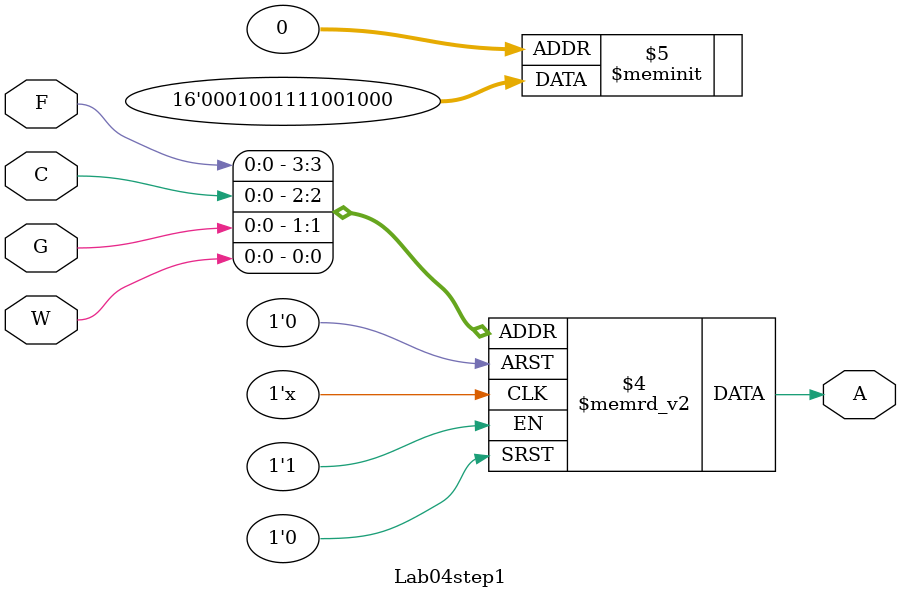
<source format=v>
module Lab04step1(F,G,C,W,A);
	input F, G, C, W;
	output A;
	reg A;
	
	always @(F or C or G or W)
	begin 
		case({F,C,G,W})
			4'b0000: A= 'b0;
			4'b0001: A= 'b0;
			4'b0010: A= 'b0;
			4'b0011: A= 'b1;
			4'b0100: A= 'b0;
			4'b0101: A= 'b0;
			4'b0110: A= 'b1;
			4'b0111: A= 'b1;
			4'b1000: A= 'b1;
			4'b1001: A= 'b1;
			4'b1010: A= 'b0;
			4'b1011: A= 'b0;
			4'b1100: A= 'b1;
			4'b1101: A= 'b0;
			4'b1110: A= 'b0;
			4'b1111: A= 'b0;
		endcase;
	end
endmodule 
</source>
